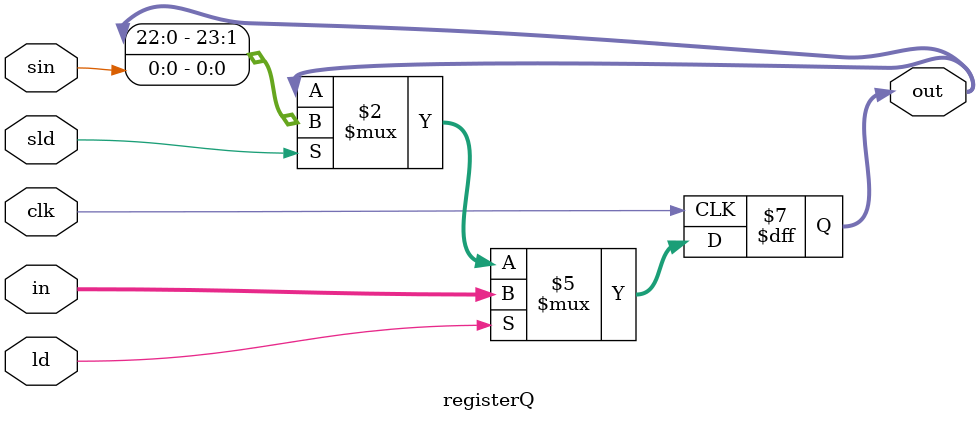
<source format=v>
`timescale 1ps / 1ps

//24 bit register for Quotient and Dividend
//23th bit contains normalized bit. 22:0 contains mantissa
//inputs are clock(clk) , load (ld), loadinput(in), serialload(sld),  serialinput(sin) while output is out

module registerQ(clk,ld,in,sld,sin,out);

parameter size=24;

input clk,ld,sld,sin;
input [size-1:0] in;
output reg [size-1:0] out;

always @ (posedge clk)
begin
if(ld)	//if ld is high, loads the register
out<=in;
//...
else if(sld)	//if sld is high, shifts the contents left and inserts the serial input
out<={out[size-2:0],sin};
//...
end

endmodule
/*
module registerQ_testbench;

parameter size=24;

reg clk,ld,sld,sin;
reg [size-1:0] in;
wire [size-1:0] out;

registerQ R1(clk,ld,in,sld,sin,out);

initial
begin
clk=0;

forever
#5 clk=~clk;
end

initial
begin
#10 ld=1; in=4156;
#10 ld=0;sld=1;sin=0;
#50 sld=0;
end
endmodule
*/
</source>
